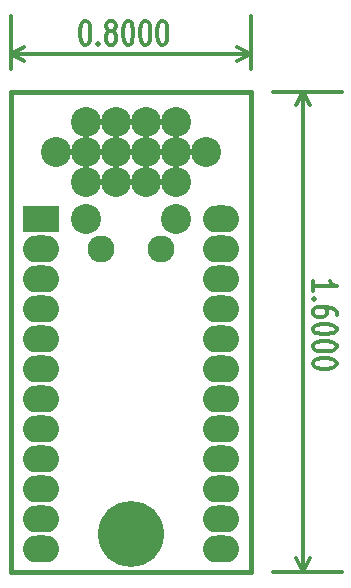
<source format=gbs>
G04 (created by PCBNEW-RS274X (2010-05-05 BZR 2356)-stable) date 12/18/10 18:55:01*
G01*
G70*
G90*
%MOIN*%
G04 Gerber Fmt 3.4, Leading zero omitted, Abs format*
%FSLAX34Y34*%
G04 APERTURE LIST*
%ADD10C,0.005000*%
%ADD11C,0.012000*%
%ADD12C,0.015000*%
%ADD13C,0.100000*%
%ADD14O,0.120000X0.090000*%
%ADD15R,0.120000X0.090000*%
%ADD16C,0.090000*%
%ADD17C,0.220000*%
G04 APERTURE END LIST*
G54D10*
G54D11*
X20065Y-16658D02*
X20065Y-16315D01*
X20065Y-16487D02*
X20865Y-16487D01*
X20751Y-16430D01*
X20675Y-16372D01*
X20637Y-16315D01*
X20141Y-16915D02*
X20103Y-16943D01*
X20065Y-16915D01*
X20103Y-16886D01*
X20141Y-16915D01*
X20065Y-16915D01*
X20865Y-17458D02*
X20865Y-17344D01*
X20827Y-17287D01*
X20789Y-17258D01*
X20675Y-17201D01*
X20522Y-17172D01*
X20218Y-17172D01*
X20141Y-17201D01*
X20103Y-17229D01*
X20065Y-17287D01*
X20065Y-17401D01*
X20103Y-17458D01*
X20141Y-17487D01*
X20218Y-17515D01*
X20408Y-17515D01*
X20484Y-17487D01*
X20522Y-17458D01*
X20560Y-17401D01*
X20560Y-17287D01*
X20522Y-17229D01*
X20484Y-17201D01*
X20408Y-17172D01*
X20865Y-17886D02*
X20865Y-17943D01*
X20827Y-18000D01*
X20789Y-18029D01*
X20713Y-18058D01*
X20560Y-18086D01*
X20370Y-18086D01*
X20218Y-18058D01*
X20141Y-18029D01*
X20103Y-18000D01*
X20065Y-17943D01*
X20065Y-17886D01*
X20103Y-17829D01*
X20141Y-17800D01*
X20218Y-17772D01*
X20370Y-17743D01*
X20560Y-17743D01*
X20713Y-17772D01*
X20789Y-17800D01*
X20827Y-17829D01*
X20865Y-17886D01*
X20865Y-18457D02*
X20865Y-18514D01*
X20827Y-18571D01*
X20789Y-18600D01*
X20713Y-18629D01*
X20560Y-18657D01*
X20370Y-18657D01*
X20218Y-18629D01*
X20141Y-18600D01*
X20103Y-18571D01*
X20065Y-18514D01*
X20065Y-18457D01*
X20103Y-18400D01*
X20141Y-18371D01*
X20218Y-18343D01*
X20370Y-18314D01*
X20560Y-18314D01*
X20713Y-18343D01*
X20789Y-18371D01*
X20827Y-18400D01*
X20865Y-18457D01*
X20865Y-19028D02*
X20865Y-19085D01*
X20827Y-19142D01*
X20789Y-19171D01*
X20713Y-19200D01*
X20560Y-19228D01*
X20370Y-19228D01*
X20218Y-19200D01*
X20141Y-19171D01*
X20103Y-19142D01*
X20065Y-19085D01*
X20065Y-19028D01*
X20103Y-18971D01*
X20141Y-18942D01*
X20218Y-18914D01*
X20370Y-18885D01*
X20560Y-18885D01*
X20713Y-18914D01*
X20789Y-18942D01*
X20827Y-18971D01*
X20865Y-19028D01*
X19749Y-10000D02*
X19749Y-26000D01*
X18750Y-10000D02*
X21029Y-10000D01*
X18750Y-26000D02*
X21029Y-26000D01*
X19749Y-26000D02*
X19519Y-25557D01*
X19749Y-26000D02*
X19979Y-25557D01*
X19749Y-10000D02*
X19519Y-10443D01*
X19749Y-10000D02*
X19979Y-10443D01*
X12458Y-07635D02*
X12515Y-07635D01*
X12572Y-07673D01*
X12601Y-07711D01*
X12630Y-07787D01*
X12658Y-07940D01*
X12658Y-08130D01*
X12630Y-08282D01*
X12601Y-08359D01*
X12572Y-08397D01*
X12515Y-08435D01*
X12458Y-08435D01*
X12401Y-08397D01*
X12372Y-08359D01*
X12344Y-08282D01*
X12315Y-08130D01*
X12315Y-07940D01*
X12344Y-07787D01*
X12372Y-07711D01*
X12401Y-07673D01*
X12458Y-07635D01*
X12915Y-08359D02*
X12943Y-08397D01*
X12915Y-08435D01*
X12886Y-08397D01*
X12915Y-08359D01*
X12915Y-08435D01*
X13287Y-07978D02*
X13229Y-07940D01*
X13201Y-07901D01*
X13172Y-07825D01*
X13172Y-07787D01*
X13201Y-07711D01*
X13229Y-07673D01*
X13287Y-07635D01*
X13401Y-07635D01*
X13458Y-07673D01*
X13487Y-07711D01*
X13515Y-07787D01*
X13515Y-07825D01*
X13487Y-07901D01*
X13458Y-07940D01*
X13401Y-07978D01*
X13287Y-07978D01*
X13229Y-08016D01*
X13201Y-08054D01*
X13172Y-08130D01*
X13172Y-08282D01*
X13201Y-08359D01*
X13229Y-08397D01*
X13287Y-08435D01*
X13401Y-08435D01*
X13458Y-08397D01*
X13487Y-08359D01*
X13515Y-08282D01*
X13515Y-08130D01*
X13487Y-08054D01*
X13458Y-08016D01*
X13401Y-07978D01*
X13886Y-07635D02*
X13943Y-07635D01*
X14000Y-07673D01*
X14029Y-07711D01*
X14058Y-07787D01*
X14086Y-07940D01*
X14086Y-08130D01*
X14058Y-08282D01*
X14029Y-08359D01*
X14000Y-08397D01*
X13943Y-08435D01*
X13886Y-08435D01*
X13829Y-08397D01*
X13800Y-08359D01*
X13772Y-08282D01*
X13743Y-08130D01*
X13743Y-07940D01*
X13772Y-07787D01*
X13800Y-07711D01*
X13829Y-07673D01*
X13886Y-07635D01*
X14457Y-07635D02*
X14514Y-07635D01*
X14571Y-07673D01*
X14600Y-07711D01*
X14629Y-07787D01*
X14657Y-07940D01*
X14657Y-08130D01*
X14629Y-08282D01*
X14600Y-08359D01*
X14571Y-08397D01*
X14514Y-08435D01*
X14457Y-08435D01*
X14400Y-08397D01*
X14371Y-08359D01*
X14343Y-08282D01*
X14314Y-08130D01*
X14314Y-07940D01*
X14343Y-07787D01*
X14371Y-07711D01*
X14400Y-07673D01*
X14457Y-07635D01*
X15028Y-07635D02*
X15085Y-07635D01*
X15142Y-07673D01*
X15171Y-07711D01*
X15200Y-07787D01*
X15228Y-07940D01*
X15228Y-08130D01*
X15200Y-08282D01*
X15171Y-08359D01*
X15142Y-08397D01*
X15085Y-08435D01*
X15028Y-08435D01*
X14971Y-08397D01*
X14942Y-08359D01*
X14914Y-08282D01*
X14885Y-08130D01*
X14885Y-07940D01*
X14914Y-07787D01*
X14942Y-07711D01*
X14971Y-07673D01*
X15028Y-07635D01*
X10000Y-08751D02*
X18000Y-08751D01*
X10000Y-09250D02*
X10000Y-07471D01*
X18000Y-09250D02*
X18000Y-07471D01*
X18000Y-08751D02*
X17557Y-08981D01*
X18000Y-08751D02*
X17557Y-08521D01*
X10000Y-08751D02*
X10443Y-08981D01*
X10000Y-08751D02*
X10443Y-08521D01*
G54D12*
X10000Y-26000D02*
X10000Y-10000D01*
X18000Y-26000D02*
X10000Y-26000D01*
X18000Y-10000D02*
X18000Y-26000D01*
X10000Y-10000D02*
X18000Y-10000D01*
G54D13*
X12500Y-14250D03*
X15500Y-14250D03*
G54D14*
X17000Y-14250D03*
X17000Y-15250D03*
X17000Y-16250D03*
X17000Y-17250D03*
X17000Y-18250D03*
X17000Y-19250D03*
X17000Y-20250D03*
X17000Y-21250D03*
X17000Y-22250D03*
X17000Y-23250D03*
X17000Y-24250D03*
X17000Y-25250D03*
G54D15*
X11000Y-14250D03*
G54D14*
X11000Y-15250D03*
X11000Y-16250D03*
X11000Y-17250D03*
X11000Y-18250D03*
X11000Y-19250D03*
X11000Y-20250D03*
X11000Y-21250D03*
X11000Y-22250D03*
X11000Y-23250D03*
X11000Y-24250D03*
X11000Y-25250D03*
G54D16*
X13000Y-15250D03*
X15000Y-15250D03*
G54D13*
X12500Y-11000D03*
X16500Y-12000D03*
X12500Y-13000D03*
X12500Y-12000D03*
X13500Y-11000D03*
X13500Y-13000D03*
X13500Y-12000D03*
X11500Y-12000D03*
X14500Y-13000D03*
X14500Y-11000D03*
X14500Y-12000D03*
X15500Y-12000D03*
X15500Y-11000D03*
X15500Y-13000D03*
G54D17*
X14000Y-24750D03*
M02*

</source>
